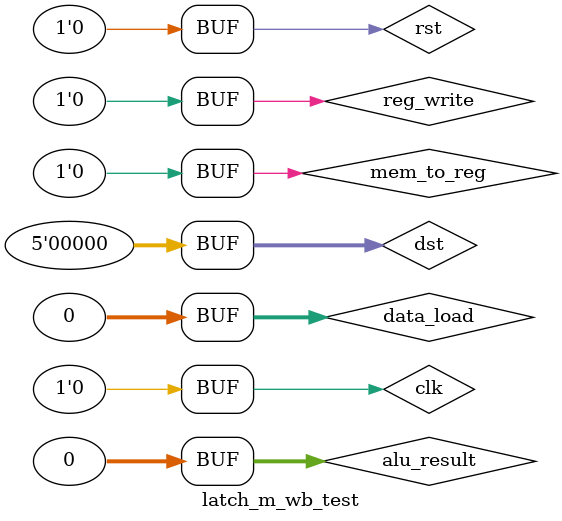
<source format=v>
`timescale 1ns / 1ps


module latch_m_wb_test;

	// Inputs
	reg reg_write;
	reg mem_to_reg;
	reg [31:0] alu_result;
	reg [31:0] data_load;
	reg [4:0] dst;
	reg clk;

	// Outputs
	wire reg_write_reg;
	wire mem_to_reg_reg;
	wire [0:0] alu_result_reg;
	wire [0:0] data_load_reg;
	wire [0:0] dst_reg;

	// Instantiate the Unit Under Test (UUT)
	latch_m_wb uut (
		.reg_write(reg_write), 
		.mem_to_reg(mem_to_reg), 
		.alu_result(alu_result), 
		.data_load(data_load), 
		.dst(dst), 
		.clk(clk),
		.rst(rst),
		.reg_write_reg(reg_write_reg), 
		.mem_to_reg_reg(mem_to_reg_reg), 
		.alu_result_reg(alu_result_reg), 
		.data_load_reg(data_load_reg), 
		.dst_reg(dst_reg)
	);

	initial begin
		// Initialize Inputs
		reg_write = 0;
		mem_to_reg = 0;
		alu_result = 0;
		data_load = 0;
		dst = 0;
		clk = 0;
		rst = 1;
		
		#100;
		rst = 0;
		#100;

		#100;
		reg_write = 1;
		mem_to_reg = 1;
		alu_result = 1;
		data_load = 1;
		dst = 1;
		clk = 0;
		
		#100;
		clk = 1;
		#100;
		clk = 0;
		#100;
		reg_write = 0;
		mem_to_reg = 0;
		alu_result = 0;
		data_load = 0;
		dst = 0;
		clk = 0;
		
		#100;
		clk = 1;
		
		#100;
		clk = 0;
		
	end
      
endmodule


</source>
